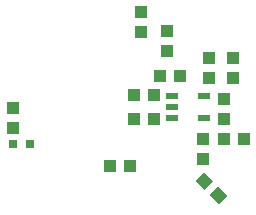
<source format=gbr>
G04 EAGLE Gerber RS-274X export*
G75*
%MOMM*%
%FSLAX34Y34*%
%LPD*%
%INSolderpaste Top*%
%IPPOS*%
%AMOC8*
5,1,8,0,0,1.08239X$1,22.5*%
G01*
%ADD10R,0.800000X0.800000*%
%ADD11R,1.100000X1.000000*%
%ADD12R,1.000000X0.600000*%
%ADD13R,1.000000X1.100000*%


D10*
X244232Y312611D03*
X259232Y312611D03*
D11*
X244146Y326257D03*
X244146Y343257D03*
D12*
X378680Y353670D03*
X378680Y344170D03*
X378680Y334670D03*
X406180Y334670D03*
X406180Y353670D03*
D13*
X430530Y368690D03*
X430530Y385690D03*
D11*
X364100Y334010D03*
X347100Y334010D03*
X364100Y354330D03*
X347100Y354330D03*
D13*
X410210Y368690D03*
X410210Y385690D03*
D11*
G36*
X418407Y277004D02*
X426184Y269227D01*
X419113Y262156D01*
X411336Y269933D01*
X418407Y277004D01*
G37*
G36*
X406387Y289024D02*
X414164Y281247D01*
X407093Y274176D01*
X399316Y281953D01*
X406387Y289024D01*
G37*
X343780Y294640D03*
X326780Y294640D03*
D13*
X353060Y408060D03*
X353060Y425060D03*
D11*
X374650Y408550D03*
X374650Y391550D03*
X422910Y351400D03*
X422910Y334400D03*
D13*
X423300Y317500D03*
X440300Y317500D03*
D11*
X405130Y317110D03*
X405130Y300110D03*
X385690Y370840D03*
X368690Y370840D03*
M02*

</source>
